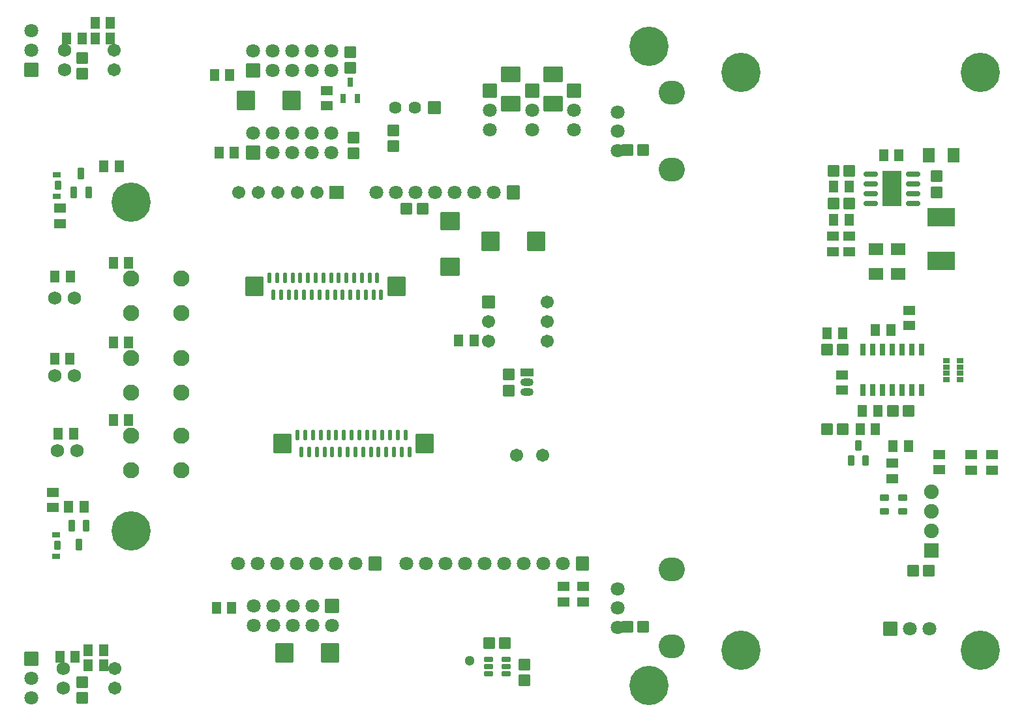
<source format=gbs>
G04 Layer: BottomSolderMaskLayer*
G04 EasyEDA Pro v2.2.40.8, 2025-09-21 19:41:23*
G04 Gerber Generator version 0.3*
G04 Scale: 100 percent, Rotated: No, Reflected: No*
G04 Dimensions in millimeters*
G04 Leading zeros omitted, absolute positions, 4 integers and 5 decimals*
G04 Generated by one-click*
%FSLAX45Y45*%
%MOMM*%
%AMRoundRect*1,1,$1,$2,$3*1,1,$1,$4,$5*1,1,$1,0-$2,0-$3*1,1,$1,0-$4,0-$5*20,1,$1,$2,$3,$4,$5,0*20,1,$1,$4,$5,0-$2,0-$3,0*20,1,$1,0-$2,0-$3,0-$4,0-$5,0*20,1,$1,0-$4,0-$5,$2,$3,0*4,1,4,$2,$3,$4,$5,0-$2,0-$3,0-$4,0-$5,$2,$3,0*%
%ADD10C,5.102*%
%ADD11C,1.8016*%
%ADD12RoundRect,0.09579X-0.7903X0.8529X0.7903X0.8529*%
%ADD13C,1.7016*%
%ADD14RoundRect,0.09588X-0.90286X0.80286X0.90286X0.80286*%
%ADD15RoundRect,0.09618X-0.85271X0.85271X0.85271X0.85271*%
%ADD16RoundRect,0.09495X-0.70833X0.67833X0.70833X0.67833*%
%ADD17C,2.1016*%
%ADD18RoundRect,0.0933X-0.57013X0.69237X0.57013X0.69237*%
%ADD19RoundRect,0.09387X-0.57013X0.69237X0.57013X0.69237*%
%ADD20RoundRect,0.09387X-0.69237X-0.57013X-0.69237X0.57013*%
%ADD21RoundRect,0.09618X-0.85271X-0.85271X-0.85271X0.85271*%
%ADD22RoundRect,0.09669X-1.19045X-0.95245X-1.19045X0.95245*%
%ADD23C,1.7526*%
%ADD24RoundRect,0.09495X-0.67833X-0.70833X-0.67833X0.70833*%
%ADD25RoundRect,0.0895X-0.45605X-0.33105X-0.45605X0.33105*%
%ADD26RoundRect,0.09017X-0.35571X-0.50571X-0.35571X0.50571*%
%ADD27RoundRect,0.16588X-0.36866X0.64366X0.36866X0.64366*%
%ADD28RoundRect,0.08449X-0.20856X0.63356X0.20856X0.63356*%
%ADD29RoundRect,0.0973X-1.10215X1.20215X1.10215X1.20215*%
%ADD30RoundRect,0.08807X-0.28676X0.72176X0.28676X0.72176*%
%ADD31O,1.7016X1.0016*%
%ADD32RoundRect,0.09224X-0.80468X-0.45468X-0.80468X0.45468*%
%ADD33O,3.40159X3.10159*%
%ADD34C,1.9016*%
%ADD35RoundRect,0.09645X-0.90257X-0.90257X-0.90257X0.90257*%
%ADD36C,1.702*%
%ADD37RoundRect,0.09562X-0.80299X0.76499X0.80299X0.76499*%
%ADD38C,1.7032*%
%ADD39RoundRect,0.09017X-0.35571X-0.63072X-0.35571X0.63072*%
%ADD40O,1.9016X0.7016*%
%ADD41RoundRect,0.09746X-1.14706X-1.14706X-1.14706X1.14706*%
%ADD42RoundRect,0.09756X-1.75202X-1.17703X-1.75202X1.17703*%
%ADD43RoundRect,0.09422X-0.7649X0.7649X0.7649X0.7649*%
%ADD44C,1.62403*%
%ADD45RoundRect,0.09769X-1.1059X1.19015X1.1059X1.19015*%
%ADD46RoundRect,0.09769X-1.19015X-1.1059X-1.19015X1.1059*%
%ADD47RoundRect,0.08906X-0.30647X-0.54147X-0.30647X0.54147*%
%ADD48RoundRect,0.09476X-0.85263X0.85263X0.85263X0.85263*%
%ADD49C,1.80002*%
%ADD50RoundRect,0.08982X-0.40609X-0.3311X-0.40609X0.3311*%
%ADD51RoundRect,0.08722X-0.40739X-0.25739X-0.40739X0.25739*%
%ADD52RoundRect,0.0911X-0.50545X0.38046X0.50545X0.38046*%
%ADD53RoundRect,0.09549X-0.86705X-0.74556X-0.86705X0.74556*%
%ADD54RoundRect,0.09549X-0.74556X0.86705X0.74556X0.86705*%
%ADD55C,1.30002*%
%ADD56RoundRect,0.08787X-0.54307X-0.27307X-0.54307X0.27307*%
G75*


G04 Rect Start*
G36*
G01X11224260Y6583680D02*
G01X11224260Y7040880D01*
G01X11468100Y7040880D01*
G01X11468100Y6583680D01*
G01X11224260Y6583680D01*
G37*
G04 Rect End*

G04 Pad Start*
G54D10*
G01X1474937Y2372360D03*
G01X9392310Y8322005D03*
G01X9392310Y821995D03*
G01X12492330Y821995D03*
G01X12492330Y8322005D03*
G01X8197753Y8659343D03*
G01X8197753Y368783D03*
G01X1474937Y6634480D03*
G54D11*
G01X4658360Y6766560D03*
G01X4912360Y6766560D03*
G01X5166360Y6766560D03*
G01X5420360Y6766560D03*
G01X5674360Y6766560D03*
G01X5928360Y6766560D03*
G01X6182360Y6766560D03*
G54D12*
G01X6436360Y6766560D03*
G54D13*
G01X2870200Y6766560D03*
G01X3124200Y6766560D03*
G01X3378200Y6766560D03*
G01X3632200Y6766560D03*
G01X3886200Y6766560D03*
G54D14*
G01X4140200Y6766560D03*
G54D11*
G01X5044440Y1950720D03*
G01X5298440Y1950720D03*
G01X5552440Y1950720D03*
G01X5806440Y1950720D03*
G01X6060440Y1950720D03*
G01X6314440Y1950720D03*
G01X6568440Y1950720D03*
G01X6822440Y1950720D03*
G01X7076440Y1950720D03*
G54D12*
G01X7330440Y1950720D03*
G54D11*
G01X2860040Y1950720D03*
G01X3114040Y1950720D03*
G01X3368040Y1950720D03*
G01X3622040Y1950720D03*
G01X3876040Y1950720D03*
G01X4130040Y1950720D03*
G01X4384040Y1950720D03*
G54D12*
G01X4638040Y1950720D03*
G54D15*
G01X4076700Y1397000D03*
G54D11*
G01X4076700Y1143000D03*
G01X3822700Y1397000D03*
G01X3822700Y1143000D03*
G01X3568700Y1397000D03*
G01X3568700Y1143000D03*
G01X3314700Y1397000D03*
G01X3314700Y1143000D03*
G01X3060700Y1397000D03*
G01X3060700Y1143000D03*
G54D16*
G01X5254117Y6553200D03*
G01X5048123Y6553200D03*
G54D17*
G01X1473327Y5200447D03*
G01X2123313Y5200447D03*
G01X2123313Y5650433D03*
G01X1473327Y5650433D03*
G01X1473327Y4164127D03*
G01X2123313Y4164127D03*
G01X2123313Y4614113D03*
G01X1473327Y4614113D03*
G01X1473327Y3158287D03*
G01X2123313Y3158287D03*
G01X2123313Y3608273D03*
G01X1473327Y3608273D03*
G54D19*
G01X1441120Y5852160D03*
G01X1241120Y5852160D03*
G01X1441120Y4815840D03*
G01X1241120Y4815840D03*
G01X1441120Y3810000D03*
G01X1241120Y3810000D03*
G54D20*
G01X7340600Y1649400D03*
G01X7340600Y1449400D03*
G01X7086600Y1649400D03*
G01X7086600Y1449400D03*
G54D21*
G01X6126480Y8087360D03*
G54D11*
G01X6126480Y7833360D03*
G01X6126480Y7579360D03*
G54D21*
G01X6675120Y8087360D03*
G54D11*
G01X6675120Y7833360D03*
G01X6675120Y7579360D03*
G54D21*
G01X7223760Y8087360D03*
G54D11*
G01X7223760Y7833360D03*
G01X7223760Y7579360D03*
G54D22*
G01X6400800Y7917815D03*
G01X6400800Y8297545D03*
G54D23*
G01X736600Y5394960D03*
G01X482600Y5394960D03*
G54D19*
G01X485259Y5674449D03*
G01X685259Y5674449D03*
G54D23*
G01X736600Y4389120D03*
G01X482600Y4389120D03*
G54D19*
G01X479120Y4602480D03*
G01X679120Y4602480D03*
G54D23*
G01X767080Y3413760D03*
G01X513080Y3413760D03*
G54D19*
G01X523277Y3632289D03*
G01X723276Y3632289D03*
G54D15*
G01X3058160Y8346440D03*
G54D11*
G01X3058160Y8600440D03*
G01X3312160Y8346440D03*
G01X3312160Y8600440D03*
G01X3566160Y8346440D03*
G01X3566160Y8600440D03*
G01X3820160Y8346440D03*
G01X3820160Y8600440D03*
G01X4074160Y8346440D03*
G01X4074160Y8600440D03*
G54D24*
G01X4318000Y8380603D03*
G01X4318000Y8586597D03*
G54D25*
G01X502078Y2040844D03*
G01X502078Y2320853D03*
G54D26*
G01X518410Y2180849D03*
G54D27*
G01X792480Y2191507D03*
G01X887476Y2441443D03*
G01X697484Y2441443D03*
G54D19*
G01X662000Y2682240D03*
G01X862000Y2682240D03*
G54D20*
G01X457200Y2873680D03*
G01X457200Y2673680D03*
G54D25*
G01X509994Y6717995D03*
G01X509994Y6998005D03*
G54D26*
G01X526326Y6858000D03*
G54D27*
G01X822960Y7013453D03*
G01X727964Y6763517D03*
G01X917956Y6763517D03*
G54D19*
G01X1119200Y7101840D03*
G01X1319200Y7101840D03*
G54D20*
G01X548640Y6361760D03*
G01X548640Y6561760D03*
G54D28*
G01X4233634Y3617709D03*
G01X4283647Y3392691D03*
G01X4333634Y3617709D03*
G01X4383646Y3392691D03*
G01X4433634Y3617709D03*
G01X4483646Y3392691D03*
G54D29*
G01X5283645Y3505213D03*
G01X3433636Y3505213D03*
G54D28*
G01X4533633Y3617684D03*
G01X4583646Y3392691D03*
G01X4633633Y3617684D03*
G01X4683646Y3392691D03*
G01X4733633Y3617684D03*
G01X4783646Y3392691D03*
G01X4833633Y3617684D03*
G01X4883645Y3392691D03*
G01X4933658Y3617684D03*
G01X4983645Y3392691D03*
G01X5033658Y3617684D03*
G01X5083645Y3392691D03*
G01X4183672Y3392691D03*
G01X4133660Y3617709D03*
G01X4083647Y3392691D03*
G01X4033660Y3617709D03*
G01X3983647Y3392691D03*
G01X3933635Y3617709D03*
G01X3883647Y3392691D03*
G01X3833635Y3617709D03*
G01X3783648Y3392691D03*
G01X3733635Y3617709D03*
G01X3683648Y3392691D03*
G01X3633635Y3617709D03*
G01X3867874Y5659869D03*
G01X3917887Y5434851D03*
G01X3967874Y5659869D03*
G01X4017886Y5434851D03*
G01X4067874Y5659869D03*
G01X4117886Y5434851D03*
G54D29*
G01X4917885Y5547373D03*
G01X3067876Y5547373D03*
G54D28*
G01X4167873Y5659844D03*
G01X4217886Y5434851D03*
G01X4267873Y5659844D03*
G01X4317886Y5434851D03*
G01X4367873Y5659844D03*
G01X4417886Y5434851D03*
G01X4467873Y5659844D03*
G01X4517885Y5434851D03*
G01X4567898Y5659844D03*
G01X4617885Y5434851D03*
G01X4667898Y5659844D03*
G01X4717885Y5434851D03*
G01X3817912Y5434851D03*
G01X3767900Y5659869D03*
G01X3717887Y5434851D03*
G01X3667900Y5659869D03*
G01X3617887Y5434851D03*
G01X3567875Y5659869D03*
G01X3517887Y5434851D03*
G01X3467875Y5659869D03*
G01X3417888Y5434851D03*
G01X3367875Y5659869D03*
G01X3317888Y5434851D03*
G01X3267875Y5659869D03*
G54D19*
G01X10707040Y4937760D03*
G01X10507040Y4937760D03*
G01X11133760Y3688080D03*
G01X10933760Y3688080D03*
G01X11164240Y3931920D03*
G01X10964240Y3931920D03*
G54D20*
G01X10698480Y4197680D03*
G01X10698480Y4397680D03*
G54D19*
G01X11133141Y4982219D03*
G01X11333141Y4982219D03*
G54D20*
G01X11568421Y5034619D03*
G01X11568421Y5234619D03*
G54D16*
G01X10710037Y4724400D03*
G01X10504043Y4724400D03*
G54D30*
G01X11736061Y4202566D03*
G01X11609061Y4202566D03*
G01X11482061Y4202566D03*
G01X11355061Y4202566D03*
G01X11228061Y4202566D03*
G01X11101061Y4202566D03*
G01X10974061Y4202566D03*
G01X10974061Y4725552D03*
G01X11101061Y4725552D03*
G01X11228061Y4725552D03*
G01X11355061Y4725552D03*
G01X11482061Y4725552D03*
G01X11609061Y4725552D03*
G01X11736061Y4725552D03*
G54D19*
G01X2551760Y8290560D03*
G01X2751760Y8290560D03*
G01X2779700Y1371600D03*
G01X2579700Y1371600D03*
G54D31*
G01X6612179Y4172189D03*
G01X6612179Y4299189D03*
G54D32*
G01X6612179Y4426189D03*
G54D24*
G01X6370320Y4400677D03*
G01X6370320Y4194683D03*
G54D16*
G01X7913243Y7315200D03*
G01X8119237Y7315200D03*
G01X7913243Y1127760D03*
G01X8119237Y1127760D03*
G54D22*
G01X6949440Y7917815D03*
G01X6949440Y8297545D03*
G54D11*
G01X7788161Y7809027D03*
G01X7788161Y7559040D03*
G01X7788161Y7309028D03*
G54D33*
G01X8488159Y7059041D03*
G01X8488159Y8059039D03*
G54D11*
G01X7788161Y1621587D03*
G01X7788161Y1371600D03*
G01X7788161Y1121588D03*
G54D33*
G01X8488159Y871601D03*
G01X8488159Y1871599D03*
G54D34*
G01X11856720Y2880360D03*
G01X11856720Y2626360D03*
G01X11856720Y2372360D03*
G54D35*
G01X11856720Y2118360D03*
G54D20*
G01X12374880Y3161360D03*
G01X12374880Y3361360D03*
G01X12649200Y3161360D03*
G01X12649200Y3361360D03*
G54D23*
G01X588110Y331570D03*
G01X588110Y585570D03*
G54D36*
G01X1258670Y585570D03*
G01X1258670Y331570D03*
G54D24*
G01X838200Y201803D03*
G01X838200Y407797D03*
G54D19*
G01X1114830Y626210D03*
G01X914831Y626210D03*
G01X547700Y736600D03*
G01X747700Y736600D03*
G54D21*
G01X176630Y712570D03*
G54D11*
G01X176630Y458570D03*
G01X176630Y204570D03*
G54D23*
G01X612140Y8359140D03*
G01X612140Y8613140D03*
G54D36*
G01X1252220Y8613140D03*
G01X1252220Y8359140D03*
G54D24*
G01X838200Y8304403D03*
G01X838200Y8510397D03*
G54D19*
G01X1204900Y8763000D03*
G01X1004900Y8763000D03*
G01X634060Y8760460D03*
G01X834060Y8760460D03*
G54D21*
G01X177800Y8356600D03*
G54D11*
G01X177800Y8610600D03*
G01X177800Y8864600D03*
G54D16*
G01X11563477Y3931920D03*
G01X11357483Y3931920D03*
G54D13*
G01X6873240Y5344147D03*
G01X6873240Y5090147D03*
G01X6873240Y4836147D03*
G01X6111240Y4836147D03*
G01X6111240Y5090147D03*
G54D37*
G01X6111265Y5344173D03*
G54D19*
G01X5921680Y4846320D03*
G01X5721680Y4846320D03*
G54D38*
G01X6474638Y3352800D03*
G01X6814642Y3352800D03*
G54D19*
G01X11560480Y3474720D03*
G01X11360480Y3474720D03*
G54D16*
G01X10710037Y3688080D03*
G01X10504043Y3688080D03*
G54D39*
G01X11006836Y3283280D03*
G01X10816844Y3283280D03*
G01X10911840Y3483280D03*
G54D40*
G01X11623421Y7002780D03*
G01X11623421Y6875780D03*
G01X11623421Y6748780D03*
G01X11623421Y6621780D03*
G01X11068939Y7002780D03*
G01X11068939Y6875780D03*
G01X11068939Y6748780D03*
G01X11068939Y6621780D03*
G54D41*
G01X11346180Y6812280D03*
G54D42*
G01X11988800Y6444501D03*
G01X11988800Y5874499D03*
G54D24*
G01X11925300Y6767703D03*
G01X11925300Y6973697D03*
G54D19*
G01X11441100Y7251700D03*
G01X11241100Y7251700D03*
G54D16*
G01X10590403Y7048500D03*
G01X10796397Y7048500D03*
G01X10796397Y6624320D03*
G01X10590403Y6624320D03*
G54D19*
G01X10793400Y6837680D03*
G01X10593400Y6837680D03*
G01X10593400Y6413500D03*
G01X10793400Y6413500D03*
G54D20*
G01X10579100Y6196000D03*
G01X10579100Y5996000D03*
G01X10795000Y6196000D03*
G01X10795000Y5996000D03*
G54D15*
G01X3058160Y7279640D03*
G54D11*
G01X3058160Y7533640D03*
G01X3312160Y7279640D03*
G01X3312160Y7533640D03*
G01X3566160Y7279640D03*
G01X3566160Y7533640D03*
G01X3820160Y7279640D03*
G01X3820160Y7533640D03*
G01X4074160Y7279640D03*
G01X4074160Y7533640D03*
G54D24*
G01X4358640Y7273163D03*
G01X4358640Y7479157D03*
G54D19*
G01X2612720Y7284720D03*
G01X2812720Y7284720D03*
G54D24*
G01X4876800Y7364603D03*
G01X4876800Y7570597D03*
G54D43*
G01X5405120Y7863840D03*
G54D44*
G01X5151120Y7863840D03*
G01X4897120Y7863840D03*
G54D45*
G01X4055313Y787400D03*
G01X3463087Y787400D03*
G01X2965247Y7955280D03*
G01X3557473Y7955280D03*
G01X6135167Y6126480D03*
G01X6727393Y6126480D03*
G54D46*
G01X5608320Y6392113D03*
G01X5608320Y5799887D03*
G54D47*
G01X4318000Y8193405D03*
G01X4223004Y7986395D03*
G01X4412996Y7986395D03*
G54D20*
G01X4013200Y7888300D03*
G01X4013200Y8088300D03*
G54D16*
G01X11825097Y1854200D03*
G01X11619103Y1854200D03*
G54D48*
G01X11328400Y1104900D03*
G54D49*
G01X11582400Y1104900D03*
G01X11836400Y1104900D03*
G54D19*
G01X1116000Y825500D03*
G01X916000Y825500D03*
G01X1204900Y8966200D03*
G01X1004900Y8966200D03*
G54D50*
G01X12051195Y4337710D03*
G01X12231205Y4337710D03*
G54D51*
G01X12051195Y4417695D03*
G01X12231205Y4417695D03*
G01X12051195Y4497705D03*
G01X12231205Y4497705D03*
G54D50*
G01X12051195Y4577690D03*
G01X12231205Y4577690D03*
G54D52*
G01X11483759Y2628900D03*
G01X11249241Y2628900D03*
G01X11249241Y2806700D03*
G01X11483759Y2806700D03*
G54D20*
G01X11353800Y3049600D03*
G01X11353800Y3249600D03*
G01X11963400Y3163900D03*
G01X11963400Y3363900D03*
G54D53*
G01X11430000Y5708142D03*
G01X11430000Y6026658D03*
G01X11137900Y5708142D03*
G01X11137900Y6026658D03*
G54D54*
G01X11829542Y7251700D03*
G01X12148058Y7251700D03*
G54D16*
G01X6120003Y914400D03*
G01X6325997Y914400D03*
G54D24*
G01X6578600Y636397D03*
G01X6578600Y430403D03*
G54D55*
G01X5867400Y685800D03*
G54D56*
G01X6337910Y514604D03*
G01X6337910Y609600D03*
G01X6337910Y704596D03*
G01X6108090Y704596D03*
G01X6108090Y609600D03*
G01X6108090Y514604D03*
G04 Pad End*

M02*


</source>
